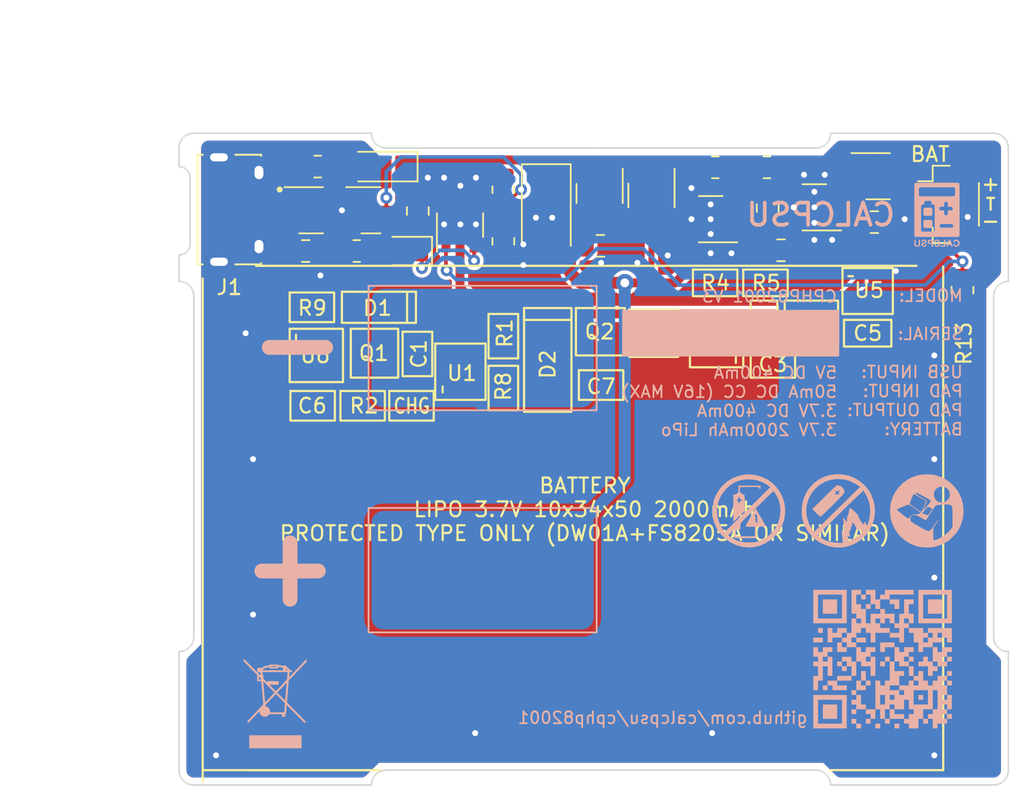
<source format=kicad_pcb>
(kicad_pcb (version 20221018) (generator pcbnew)
  (title_block (title "CALCPACK HP 82001") (date "2024-01-15") (rev "3.1") (company "CALCPSU"))
  (layers (0 "F.Cu" signal) (31 "B.Cu" signal) (34 "B.Paste" user) (35 "F.Paste" user) (36 "B.SilkS" user "B.Silkscreen") (37 "F.SilkS" user "F.Silkscreen") (38 "B.Mask" user) (39 "F.Mask" user) (44 "Edge.Cuts" user))
  (net 0 "")
  (net 1 "/B+")
  (net 2 "/VCC")
  (net 3 "/GND")
  (net 4 "/VREG")
  (net 5 "/VBUS")
  (net 6 "/CHG")
  (net 7 "/LCHG")
  (net 8 "/VOUT")
  (net 9 "/PROG")
  (net 11 "/EN")
  (net 12 "/ADJ")
  (net 13 "/PROG2")
  (net 14 "/TS")
  (net 15 "/VBUS1")
  (net 18 "/PASSG")
  (footprint "Package_TO_SOT_SMD:SOT-23" (layer "F.Cu") (at 28.4 4.0625 -90)
    (fp_text reference "Q2" (at 9.3375 0 -180) (layer "F.SilkS"))
    (fp_text value "AO3413")
    (pad "1" smd roundrect (at -0.9375 -0.95 270) (size 1.475 0.6) (layers "F.Cu" "F.Paste" "F.Mask") (net 18 "/PASSG"))
    (pad "2" smd roundrect (at -0.9375 0.95 270) (size 1.475 0.6) (layers "F.Cu" "F.Paste" "F.Mask") (net 8 "/VOUT"))
    (pad "3" smd roundrect (at 0.9375 0 270) (size 1.475 0.6) (layers "F.Cu" "F.Paste" "F.Mask") (net 2 "/VCC"))
  )
  (footprint "Diode_SMD:D_SMA" (layer "F.Cu") (at 24.8 5.6 -90)
    (fp_text reference "D2" (at 10 -0.1 90) (layer "F.SilkS"))
    (fp_text value "5V6/3W")
    (pad "1" smd roundrect (at -2 0 270) (size 2.5 1.8) (layers "F.Cu" "F.Paste" "F.Mask") (roundrect_rratio 0.1388888889) (net 8 "/VOUT"))
    (pad "2" smd roundrect (at 2 0 270) (size 2.5 1.8) (layers "F.Cu" "F.Paste" "F.Mask") (roundrect_rratio 0.1388888889) (net 3 "/GND"))
  )
  (footprint "Capacitor_SMD:C_0805_2012Metric" (layer "F.Cu") (at 46.95 6)
    (fp_text reference "C5" (at -0.45 7.5) (layer "F.SilkS"))
    (fp_text value "4u7")
    (pad "1" smd roundrect (at -0.95 0) (size 1 1.45) (layers "F.Cu" "F.Paste" "F.Mask") (net 1 "/B+"))
    (pad "2" smd roundrect (at 0.95 0) (size 1 1.45) (layers "F.Cu" "F.Paste" "F.Mask") (net 3 "/GND"))
  )
  (footprint "LED_SMD:LED_0805_2012Metric" (layer "F.Cu") (at 15.4 7.95 180)
    (fp_text reference "D3" hide)
    (fp_text value "RED")
    (pad "1" smd roundrect (at -0.9375 0 180) (size 0.975 1.4) (layers "F.Cu" "F.Paste" "F.Mask") (net 6 "/CHG"))
    (pad "2" smd roundrect (at 0.9375 0 180) (size 0.975 1.4) (layers "F.Cu" "F.Paste" "F.Mask") (net 7 "/LCHG"))
  )
  (footprint "george:SOT-23-5_TI_DBV5" (layer "F.Cu") (at 8.925 5.2)
    (fp_text reference "U6" (at 0.275 9.8) (layer "F.SilkS"))
    (fp_text value "NCP360SNT")
    (pad "1" smd roundrect (at -1.3 -0.95) (size 1.1 0.6) (layers "F.Cu" "F.Paste" "F.Mask") (roundrect_rratio 0.08333333333) (net 15 "/VBUS1"))
    (pad "2" smd roundrect (at -1.3 0) (size 1.1 0.6) (layers "F.Cu" "F.Paste" "F.Mask") (roundrect_rratio 0.08333333333) (net 3 "/GND"))
    (pad "3" smd roundrect (at -1.3 0.95) (size 1.1 0.6) (layers "F.Cu" "F.Paste" "F.Mask") (roundrect_rratio 0.08333333333) (net 3 "/GND"))
    (pad "4" smd roundrect (at 1.3 0.95) (size 1.1 0.6) (layers "F.Cu" "F.Paste" "F.Mask") (roundrect_rratio 0.08333333333))
    (pad "5" smd roundrect (at 1.3 -0.95) (size 1.1 0.6) (layers "F.Cu" "F.Paste" "F.Mask") (roundrect_rratio 0.08333333333) (net 5 "/VBUS"))
  )
  (footprint "Capacitor_SMD:C_0805_2012Metric" (layer "F.Cu") (at 28.45 7.6)
    (fp_text reference "C7" (at 0.05 9.5) (layer "F.SilkS"))
    (fp_text value "1u")
    (pad "1" smd roundrect (at -0.95 0) (size 1 1.45) (layers "F.Cu" "F.Paste" "F.Mask") (net 8 "/VOUT"))
    (pad "2" smd roundrect (at 0.95 0) (size 1 1.45) (layers "F.Cu" "F.Paste" "F.Mask") (net 3 "/GND"))
  )
  (footprint "Capacitor_SMD:C_0805_2012Metric" (layer "F.Cu") (at 8.55 7.95)
    (fp_text reference "C6" (at 0.45 10.45) (layer "F.SilkS"))
    (fp_text value "1u")
    (pad "1" smd roundrect (at -0.95 0) (size 1 1.45) (layers "F.Cu" "F.Paste" "F.Mask") (net 15 "/VBUS1"))
    (pad "2" smd roundrect (at 0.95 0) (size 1 1.45) (layers "F.Cu" "F.Paste" "F.Mask") (net 3 "/GND"))
  )
  (footprint "george:SOT-23-6_TI_DBV6" (layer "F.Cu") (at 18.975 6.2 90)
    (fp_text reference "U1" (at -10 0.125 180) (layer "F.SilkS"))
    (fp_text value "BQ21040")
    (pad "1" smd roundrect (at -1.3 -0.95 90) (size 1.1 0.6) (layers "F.Cu" "F.Paste" "F.Mask") (roundrect_rratio 0.08333333333) (net 14 "/TS"))
    (pad "2" smd roundrect (at -1.3 0 90) (size 1.1 0.6) (layers "F.Cu" "F.Paste" "F.Mask") (roundrect_rratio 0.08333333333) (net 1 "/B+"))
    (pad "3" smd roundrect (at -1.3 0.95 90) (size 1.1 0.6) (layers "F.Cu" "F.Paste" "F.Mask") (roundrect_rratio 0.08333333333) (net 6 "/CHG"))
    (pad "4" smd roundrect (at 1.3 0.95 90) (size 1.1 0.6) (layers "F.Cu" "F.Paste" "F.Mask") (roundrect_rratio 0.08333333333) (net 9 "/PROG"))
    (pad "5" smd roundrect (at 1.3 0 90) (size 1.1 0.6) (layers "F.Cu" "F.Paste" "F.Mask") (roundrect_rratio 0.08333333333) (net 3 "/GND"))
    (pad "6" smd roundrect (at 1.3 -0.95 90) (size 1.1 0.6) (layers "F.Cu" "F.Paste" "F.Mask") (roundrect_rratio 0.08333333333) (net 2 "/VCC"))
  )
  (footprint "mod_local:AMPHENOL_10118194-0001LF" (layer "F.Cu") (at 2.7 5.15 -90)
    (fp_text reference "J1" (at 5.25 -0.7) (layer "F.SilkS"))
    (fp_text value "USB")
    (pad "1" smd rect (at -1.3 -2.675 270) (size 0.4 1.35) (layers "F.Cu" "F.Paste" "F.Mask") (net 15 "/VBUS1"))
    (pad "2" smd rect (at -0.65 -2.675 270) (size 0.4 1.35) (layers "F.Cu" "F.Paste" "F.Mask"))
    (pad "3" smd rect (at 0 -2.675 270) (size 0.4 1.35) (layers "F.Cu" "F.Paste" "F.Mask"))
    (pad "4" smd rect (at 0.65 -2.675 270) (size 0.4 1.35) (layers "F.Cu" "F.Paste" "F.Mask"))
    (pad "5" smd rect (at 1.3 -2.675 270) (size 0.4 1.35) (layers "F.Cu" "F.Paste" "F.Mask") (net 3 "/GND"))
    (pad "S1" thru_hole oval (at -2.5 -2.7 270) (size 1.6 0.8) (drill oval 0.9 0.6) (layers "*.Cu" "*.Mask") (net 3 "/GND"))
    (pad "S2" thru_hole oval (at 2.5 -2.7 270) (size 1.6 0.8) (drill oval 0.9 0.6) (layers "*.Cu" "*.Mask") (net 3 "/GND"))
    (pad "S3" thru_hole oval (at -3.525 0 270) (size 0.75 1.55) (drill oval 0.55 1.2) (layers "*.Cu" "*.Mask") (net 3 "/GND"))
    (pad "S3" smd rect (at -2.9 0 270) (size 1.3 1.55) (layers "F.Cu" "F.Paste" "F.Mask") (net 3 "/GND"))
    (pad "S4" smd rect (at -1 0 270) (size 1.5 1.55) (layers "F.Cu" "F.Paste" "F.Mask") (net 3 "/GND"))
    (pad "S5" smd rect (at 1 0 270) (size 1.5 1.55) (layers "F.Cu" "F.Paste" "F.Mask") (net 3 "/GND"))
    (pad "S6" smd rect (at 2.9 0 270) (size 1.3 1.55) (layers "F.Cu" "F.Paste" "F.Mask") (net 3 "/GND"))
    (pad "S6" thru_hole oval (at 3.525 0 90) (size 0.75 1.55) (drill oval 0.55 1.2) (layers "*.Cu" "*.Mask") (net 3 "/GND"))
  )
  (footprint "Resistor_SMD:R_0805_2012Metric" (layer "F.Cu") (at 21.9 3.8125 90)
    (fp_text reference "R1" (at -9.6875 0.1 90) (layer "F.SilkS"))
    (fp_text value "1k3")
    (pad "1" smd roundrect (at -0.9125 0 90) (size 1.025 1.4) (layers "F.Cu" "F.Paste" "F.Mask") (roundrect_rratio 0.243902439) (net 13 "/PROG2"))
    (pad "2" smd roundrect (at 0.9125 0 90) (size 1.025 1.4) (layers "F.Cu" "F.Paste" "F.Mask") (roundrect_rratio 0.243902439) (net 9 "/PROG"))
  )
  (footprint "Resistor_SMD:R_0805_2012Metric" (layer "F.Cu") (at 21.9 7.3 90)
    (fp_text reference "R8" (at -9.8 0 90) (layer "F.SilkS"))
    (fp_text value "10k")
    (pad "1" smd roundrect (at -0.9125 0 90) (size 1.025 1.4) (layers "F.Cu" "F.Paste" "F.Mask") (roundrect_rratio 0.243902439) (net 3 "/GND"))
    (pad "2" smd roundrect (at 0.9125 0 90) (size 1.025 1.4) (layers "F.Cu" "F.Paste" "F.Mask") (roundrect_rratio 0.243902439) (net 13 "/PROG2"))
  )
  (footprint "Resistor_SMD:R_0805_2012Metric" (layer "F.Cu") (at 52.9 10.5875 90)
    (fp_text reference "R13" (at -3.6125 0.1 90) (layer "F.SilkS"))
    (fp_text value "10k")
    (pad "1" smd roundrect (at -0.9125 0 90) (size 1.025 1.4) (layers "F.Cu" "F.Paste" "F.Mask") (roundrect_rratio 0.243902439) (net 3 "/GND"))
    (pad "2" smd roundrect (at 0.9125 0 90) (size 1.025 1.4) (layers "F.Cu" "F.Paste" "F.Mask") (roundrect_rratio 0.243902439) (net 14 "/TS"))
  )
  (footprint "Package_TO_SOT_SMD:SOT-23-3" (layer "F.Cu") (at 47.2 2.9)
    (fp_text reference "U5" (at -0.6 7.7) (layer "F.SilkS"))
    (fp_text value "APX809S-31SA")
    (pad "1" smd roundrect (at -1.1375 -0.95) (size 1.325 0.6) (layers "F.Cu" "F.Paste" "F.Mask") (net 3 "/GND"))
    (pad "2" smd roundrect (at -1.1375 0.95) (size 1.325 0.6) (layers "F.Cu" "F.Paste" "F.Mask") (net 11 "/EN"))
    (pad "3" smd roundrect (at 1.1375 0) (size 1.325 0.6) (layers "F.Cu" "F.Paste" "F.Mask") (net 1 "/B+"))
  )
  (footprint "Capacitor_SMD:C_0805_2012Metric" (layer "F.Cu") (at 40.65 7.9 180)
    (fp_text reference "C3" (at 0.55 -7.7) (layer "F.SilkS"))
    (fp_text value "1u")
    (pad "1" smd roundrect (at -0.95 0 180) (size 1 1.45) (layers "F.Cu" "F.Paste" "F.Mask") (net 4 "/VREG"))
    (pad "2" smd roundrect (at 0.95 0 180) (size 1 1.45) (layers "F.Cu" "F.Paste" "F.Mask") (net 3 "/GND"))
  )
  (footprint "Package_TO_SOT_SMD:SOT-23" (layer "F.Cu") (at 12.9625 5.2)
    (fp_text reference "Q1" (at 0.1875 9.65 180) (layer "F.SilkS"))
    (fp_text value "2N7002")
    (pad "1" smd roundrect (at -0.9375 -0.95) (size 1.475 0.6) (layers "F.Cu" "F.Paste" "F.Mask") (net 5 "/VBUS"))
    (pad "2" smd roundrect (at -0.9375 0.95) (size 1.475 0.6) (layers "F.Cu" "F.Paste" "F.Mask") (net 3 "/GND"))
    (pad "3" smd roundrect (at 0.9375 0) (size 1.475 0.6) (layers "F.Cu" "F.Paste" "F.Mask") (net 13 "/PROG2"))
  )
  (footprint "george:SOT-23-5_TI_DBV5" (layer "F.Cu") (at 35.9 5.8 180)
    (fp_text reference "U3" (at -0.4 -8.5) (layer "F.SilkS"))
    (fp_text value "MAX40203AUK")
    (pad "1" smd roundrect (at -1.3 -0.95 180) (size 1.1 0.6) (layers "F.Cu" "F.Paste" "F.Mask") (roundrect_rratio 0.08333333333) (net 4 "/VREG"))
    (pad "2" smd roundrect (at -1.3 0 180) (size 1.1 0.6) (layers "F.Cu" "F.Paste" "F.Mask") (roundrect_rratio 0.08333333333) (net 3 "/GND"))
    (pad "3" smd roundrect (at -1.3 0.95 180) (size 1.1 0.6) (layers "F.Cu" "F.Paste" "F.Mask") (roundrect_rratio 0.08333333333))
    (pad "4" smd roundrect (at 1.3 0.95 180) (size 1.1 0.6) (layers "F.Cu" "F.Paste" "F.Mask") (roundrect_rratio 0.08333333333))
    (pad "5" smd roundrect (at 1.3 -0.95 180) (size 1.1 0.6) (layers "F.Cu" "F.Paste" "F.Mask") (roundrect_rratio 0.08333333333) (net 8 "/VOUT"))
  )
  (footprint "Package_TO_SOT_SMD:SOT-23-3" (layer "F.Cu") (at 31.9 4.2 -90)
    (fp_text reference "U4" (at 9.4 -0.1) (layer "F.SilkS"))
    (fp_text value "APX810-44SA")
    (pad "1" smd roundrect (at -1.1375 -0.95 270) (size 1.325 0.6) (layers "F.Cu" "F.Paste" "F.Mask") (net 3 "/GND"))
    (pad "2" smd roundrect (at -1.1375 0.95 270) (size 1.325 0.6) (layers "F.Cu" "F.Paste" "F.Mask") (net 18 "/PASSG"))
    (pad "3" smd roundrect (at 1.1375 0 270) (size 1.325 0.6) (layers "F.Cu" "F.Paste" "F.Mask") (net 8 "/VOUT"))
  )
  (footprint "Resistor_SMD:R_0805_2012Metric" (layer "F.Cu") (at 12 7.95 180)
    (fp_text reference "R2" (at -0.5 -10.45) (layer "F.SilkS"))
    (fp_text value "3k")
    (pad "1" smd roundrect (at -0.9125 0 180) (size 1.025 1.4) (layers "F.Cu" "F.Paste" "F.Mask") (roundrect_rratio 0.243902439) (net 7 "/LCHG"))
    (pad "2" smd roundrect (at 0.9125 0 180) (size 1.025 1.4) (layers "F.Cu" "F.Paste" "F.Mask") (roundrect_rratio 0.243902439) (net 2 "/VCC"))
  )
  (footprint "Resistor_SMD:R_0805_2012Metric" (layer "F.Cu") (at 39.7 2.3)
    (fp_text reference "R5" (at -0.05 7.8) (layer "F.SilkS"))
    (fp_text value "95.3k")
    (pad "1" smd roundrect (at -0.9125 0) (size 1.025 1.4) (layers "F.Cu" "F.Paste" "F.Mask") (roundrect_rratio 0.243902439) (net 12 "/ADJ"))
    (pad "2" smd roundrect (at 0.9125 0) (size 1.025 1.4) (layers "F.Cu" "F.Paste" "F.Mask") (roundrect_rratio 0.243902439) (net 3 "/GND"))
  )
  (footprint "Connector_JST:JST_SH_BM03B-SRSS-TB_1x03-1MP_P1.00mm_Vertical" (layer "F.Cu") (at 52 4.8 -90)
    (fp_text reference "BT1" hide)
    (fp_text value "LiPo")
    (pad "1" smd roundrect (at -1 1.325 270) (size 0.6 1.55) (layers "F.Cu" "F.Paste" "F.Mask") (net 1 "/B+"))
    (pad "2" smd roundrect (at 0 1.325 270) (size 0.6 1.55) (layers "F.Cu" "F.Paste" "F.Mask") (net 14 "/TS"))
    (pad "3" smd roundrect (at 1 1.325 270) (size 0.6 1.55) (layers "F.Cu" "F.Paste" "F.Mask") (net 3 "/GND"))
    (pad "MP" smd roundrect (at -2.3 -1.2 270) (size 1.2 1.8) (layers "F.Cu" "F.Paste" "F.Mask") (roundrect_rratio 0.2083333333))
    (pad "MP" smd roundrect (at 2.3 -1.2 270) (size 1.2 1.8) (layers "F.Cu" "F.Paste" "F.Mask") (roundrect_rratio 0.2083333333))
  )
  (footprint "Resistor_SMD:R_0805_2012Metric" (layer "F.Cu") (at 36.2125 2.3)
    (fp_text reference "R4" (at 0.0125 7.8) (layer "F.SilkS"))
    (fp_text value "560k")
    (pad "1" smd roundrect (at -0.9125 0) (size 1.025 1.4) (layers "F.Cu" "F.Paste" "F.Mask") (roundrect_rratio 0.243902439) (net 4 "/VREG"))
    (pad "2" smd roundrect (at 0.9125 0) (size 1.025 1.4) (layers "F.Cu" "F.Paste" "F.Mask") (roundrect_rratio 0.243902439) (net 12 "/ADJ"))
  )
  (footprint "george:SOT-23-5_TI_DBV5" (layer "F.Cu") (at 42.9 5 180)
    (fp_text reference "U2" (at 0.2 -7.8) (layer "F.SilkS"))
    (fp_text value "TLV75801")
    (pad "1" smd roundrect (at -1.3 -0.95 180) (size 1.1 0.6) (layers "F.Cu" "F.Paste" "F.Mask") (roundrect_rratio 0.08333333333) (net 1 "/B+"))
    (pad "2" smd roundrect (at -1.3 0 180) (size 1.1 0.6) (layers "F.Cu" "F.Paste" "F.Mask") (roundrect_rratio 0.08333333333) (net 3 "/GND"))
    (pad "3" smd roundrect (at -1.3 0.95 180) (size 1.1 0.6) (layers "F.Cu" "F.Paste" "F.Mask") (roundrect_rratio 0.08333333333) (net 11 "/EN"))
    (pad "4" smd roundrect (at 1.3 0.95 180) (size 1.1 0.6) (layers "F.Cu" "F.Paste" "F.Mask") (roundrect_rratio 0.08333333333) (net 12 "/ADJ"))
    (pad "5" smd roundrect (at 1.3 -0.95 180) (size 1.1 0.6) (layers "F.Cu" "F.Paste" "F.Mask") (roundrect_rratio 0.08333333333) (net 4 "/VREG"))
  )
  (footprint "Resistor_SMD:R_0805_2012Metric" (layer "F.Cu") (at 9.3625 2.25)
    (fp_text reference "R9" (at -0.3625 9.55) (layer "F.SilkS"))
    (fp_text value "33k")
    (pad "1" smd roundrect (at -0.9125 0) (size 1.025 1.4) (layers "F.Cu" "F.Paste" "F.Mask") (roundrect_rratio 0.243902439) (net 3 "/GND"))
    (pad "2" smd roundrect (at 0.9125 0) (size 1.025 1.4) (layers "F.Cu" "F.Paste" "F.Mask") (roundrect_rratio 0.243902439) (net 5 "/VBUS"))
  )
  (footprint "Diode_SMD:D_SOD-123" (layer "F.Cu") (at 13.75 2.25 180)
    (fp_text reference "D1" (at 0.35 -9.55) (layer "F.SilkS"))
    (fp_text value "PMEG40T10ERX\n")
    (pad "1" smd roundrect (at -1.65 0 180) (size 0.9 1.2) (layers "F.Cu" "F.Paste" "F.Mask") (net 2 "/VCC"))
    (pad "2" smd roundrect (at 1.65 0 180) (size 0.9 1.2) (layers "F.Cu" "F.Paste" "F.Mask") (net 5 "/VBUS"))
  )
  (footprint "Capacitor_SMD:C_0805_2012Metric" (layer "F.Cu") (at 16.125 5.25 -90)
    (fp_text reference "C1" (at 9.65 -0.075 90) (layer "F.SilkS"))
    (fp_text value "1u")
    (pad "1" smd roundrect (at -0.95 0 270) (size 1 1.45) (layers "F.Cu" "F.Paste" "F.Mask") (net 2 "/VCC"))
    (pad "2" smd roundrect (at 0.95 0 270) (size 1 1.45) (layers "F.Cu" "F.Paste" "F.Mask") (net 3 "/GND"))
  )
  (footprint "Capacitor_SMD:C_0805_2012Metric" (layer "F.Cu") (at 39.75 5.05 -90)
    (fp_text reference "C2" (at 7.95 0.25 90) (layer "F.SilkS"))
    (fp_text value "1n")
    (pad "1" smd roundrect (at -0.95 0 270) (size 1 1.45) (layers "F.Cu" "F.Paste" "F.Mask") (net 12 "/ADJ"))
    (pad "2" smd roundrect (at 0.95 0 270) (size 1 1.45) (layers "F.Cu" "F.Paste" "F.Mask") (net 4 "/VREG"))
  )
  (footprint "LOGO" (layer "B.Cu") (at 47.5 35.5 -90)
    (fp_text reference "G***" hide)
    (fp_text value "LOGO" hide)
  )
  (footprint "george:graphic_batterysafety" (layer "B.Cu") (at 44.5 25.5 180)
    (fp_text reference "REF**" hide)
    (fp_text value "graphic_batterysafety")
  )
  (footprint "Symbol:WEEE-Logo_4.2x6mm_SilkScreen" (layer "B.Cu") (at 6.5 38.5 180)
    (fp_text reference "REF**" hide)
    (fp_text value "WEEE-Logo_4.2x6mm_SilkScreen" hide)
  )
  (footprint "george:PAD_8x15" (layer "B.Cu") (at 20.5 14.5 -90)
    (fp_text reference "J3" hide)
    (fp_text value "PAD-")
    (pad "1" smd roundrect (at 0 0 270) (size 8 15) (layers "B.Cu" "B.Mask") (roundrect_rratio 0.1) (net 3 "/GND") (clearance 0.5))
  )
  (footprint "george:graphic_calcpsulogo" (layer "B.Cu") (at 51.15 5.5 180)
    (fp_text reference "REF**" hide)
    (fp_text value "graphic_calcpsulogo" hide)
  )
  (footprint "george:PAD_8x15" (layer "B.Cu") (at 20.5 29.5 -90)
    (fp_text reference "J2" hide)
    (fp_text value "PAD+")
    (pad "1" smd roundrect (at 0 0 270) (size 8 15) (layers "B.Cu" "B.Mask") (roundrect_rratio 0.1) (net 8 "/VOUT") (clearance 0.5))
  )
  (gr_rect (start 30 12) (end 44.5 15) (stroke (width 0.15)) (fill solid) (layer "B.SilkS"))
  (gr_rect (start 20.9 15.7) (end 22.9 18.7) (stroke (width 0.15)) (fill none) (layer "F.SilkS"))
  (gr_rect (start 40.9 11.3) (end 44.5 14.3) (stroke (width 0.15)) (fill none) (layer "F.SilkS"))
  (gr_rect (start 14.2 17.4) (end 17.2 19.4) (stroke (width 0.15)) (fill none) (layer "F.SilkS"))
  (gr_line (start 44 13.6) (end 44 14) (stroke (width 0.15)) (layer "F.SilkS"))
  (gr_rect (start 34.5 12.8) (end 38.1 15.8) (stroke (width 0.15)) (fill none) (layer "F.SilkS"))
  (gr_rect (start 17.3 14.2) (end 20.7 18) (stroke (width 0.15)) (fill none) (layer "F.SilkS"))
  (gr_rect (start 7.475 10.75) (end 10.475 12.75) (stroke (width 0.15)) (fill none) (layer "F.SilkS"))
  (gr_rect (start 38.1 9.2) (end 41.1 11) (stroke (width 0.15)) (fill none) (layer "F.SilkS"))
  (gr_line (start 13.6 43) (end 4.6 43) (stroke (width 0.15)) (layer "F.SilkS"))
  (gr_rect (start 11 10.7) (end 16 12.8) (stroke (width 0.15)) (fill none) (layer "F.SilkS"))
  (gr_rect (start 27 16) (end 30 18) (stroke (width 0.15)) (fill none) (layer "F.SilkS"))
  (gr_line (start 33.2 12.4) (end 33.2 12.8) (stroke (width 0.15)) (layer "F.SilkS"))
  (gr_rect (start 11.6 13.2) (end 14.8 16.5) (stroke (width 0.15)) (fill none) (layer "F.SilkS"))
  (gr_rect (start 34.7 9.2) (end 37.7 11) (stroke (width 0.15)) (fill none) (layer "F.SilkS"))
  (gr_rect (start 26.8 11.8) (end 30.1 15) (stroke (width 0.15)) (fill none) (layer "F.SilkS"))
  (gr_line (start 1.6 9.8) (end 1.6 43.8) (stroke (width 0.15)) (layer "F.SilkS"))
  (gr_rect (start 7.475 13.2) (end 11.075 16.8) (stroke (width 0.15)) (fill none) (layer "F.SilkS"))
  (gr_line (start 51.6 43) (end 51.6 9) (stroke (width 0.15)) (layer "F.SilkS"))
  (gr_line (start 17.8 17.1) (end 17.8 17.5) (stroke (width 0.15)) (layer "F.SilkS"))
  (gr_rect (start 30.4 11.9) (end 33.7 15.1) (stroke (width 0.15)) (fill none) (layer "F.SilkS"))
  (gr_line (start 49.8 8.95) (end 5.2 8.95) (stroke (width 0.15)) (layer "F.SilkS"))
  (gr_line (start 7.9 13.6) (end 7.9 14) (stroke (width 0.15)) (layer "F.SilkS"))
  (gr_line (start 51.6 43) (end 44 43) (stroke (width 0.15)) (layer "F.SilkS"))
  (gr_line (start 45.2 9.65) (end 45.5 9.65) (stroke (width 0.15)) (layer "F.SilkS"))
  (gr_rect (start 7.525 17.4) (end 10.525 19.4) (stroke (width 0.15)) (fill none) (layer "F.SilkS"))
  (gr_line (start 37.6 15.1) (end 37.6 15.5) (stroke (width 0.15)) (layer "F.SilkS"))
  (gr_rect (start 38.6 14.7) (end 41.6 16.5) (stroke (width 0.15)) (fill none) (layer "F.SilkS"))
  (gr_rect (start 44.8 9.1) (end 48.2 12.2) (stroke (width 0.15)) (fill none) (layer "F.SilkS"))
  (gr_rect (start 10.9 17.4) (end 13.9 19.4) (stroke (width 0.15)) (fill none) (layer "F.SilkS"))
  (gr_rect (start 20.9 12.2) (end 22.9 15.2) (stroke (width 0.15)) (fill none) (layer "F.SilkS"))
  (gr_rect (start 38.6 11.3) (end 40.4 14.3) (stroke (width 0.15)) (fill none) (layer "F.SilkS"))
  (gr_rect (start 15.1 13.4) (end 17.1 16.4) (stroke (width 0.15)) (fill none) (layer "F.SilkS"))
  (gr_line (start 15.4 10.8) (end 15.4 12.8) (stroke (width 0.15)) (layer "F.SilkS"))
  (gr_rect (start 44.9 12.6) (end 48.1 14.4) (stroke (width 0.15)) (fill none) (layer "F.SilkS"))
  (gr_line (start 26.5 12.6) (end 23.3 12.6) (stroke (width 0.15)) (layer "F.SilkS"))
  (gr_line (start 1.6 43) (end 13 43) (stroke (width 0.15)) (layer "F.SilkS"))
  (gr_rect (start 23.3 11.8) (end 26.5 18.8) (stroke (width 0.15)) (fill none) (layer "F.SilkS"))
  (gr_arc (start 0.75 7.46967) (mid 0.53033 8) (end 0 8.21967) (stroke (width 0.1)) (layer "Edge.Cuts"))
  (gr_line (start 55 11) (end 55 34) (stroke (width 0.1)) (layer "Edge.Cuts"))
  (gr_line (start 0 10) (end 0 8.21967) (stroke (width 0.1)) (layer "Edge.Cuts"))
  (gr_arc (start 55 0) (mid 55.707107 0.292893) (end 56 1) (stroke (width 0.1)) (layer "Edge.Cuts"))
  (gr_arc (start 0 2.25) (mid 0.53033 2.46967) (end 0.75 3) (stroke (width 0.1)) (layer "Edge.Cuts"))
  (gr_line (start 0 43) (end 0 35) (stroke (width 0.1)) (layer "Edge.Cuts"))
  (gr_line (start 1 11) (end 1 34) (stroke (width 0.1)) (layer "Edge.Cuts"))
  (gr_arc (start 1 34) (mid 0.707107 34.707107) (end 0 35) (stroke (width 0.1)) (layer "Edge.Cuts"))
  (gr_arc (start 43 43) (mid 43.707107 43.292893) (end 44 44) (stroke (width 0.1)) (layer "Edge.Cuts"))
  (gr_line (start 0.75 7.46967) (end 0.75 3) (stroke (width 0.1)) (layer "Edge.Cuts"))
  (gr_line (start 56 1) (end 56 10) (stroke (width 0.1)) (layer "Edge.Cuts"))
  (gr_line (start 55 0) (end 44 -0.000001) (stroke (width 0.1)) (layer "Edge.Cuts"))
  (gr_arc (start 56 43) (mid 55.707107 43.707107) (end 55 44) (stroke (width 0.1)) (layer "Edge.Cuts"))
  (gr_arc (start 0 1) (mid 0.292893 0.292893) (end 1 0) (stroke (width 0.1)) (layer "Edge.Cuts"))
  (gr_line (start 55 44) (end 44 44) (stroke (width 0.1)) (layer "Edge.Cuts"))
  (gr_arc (start 0 10) (mid 0.707107 10.292893) (end 1 11) (stroke (width 0.1)) (layer "Edge.Cuts"))
  (gr_arc (start 44 -0.000001) (mid 43.707107 0.707106) (end 43 0.999999) (stroke (width 0.1)) (layer "Edge.Cuts"))
  (gr_line (start 28.5 0.999999) (end 43 0.999999) (stroke (width 0.1)) (layer "Edge.Cuts"))
  (gr_arc (start 14 0.999999) (mid 13.292893 0.707106) (end 13 -0.000001) (stroke (width 0.1)) (layer "Edge.Cuts"))
  (gr_arc (start 56 35) (mid 55.292893 34.707107) (end 55 34) (stroke (width 0.1)) (layer "Edge.Cuts"))
  (gr_line (start 13 -0.000001) (end 1 0) (stroke (width 0.1)) (layer "Edge.Cuts"))
  (gr_line (start 28.5 43) (end 14 43) (stroke (width 0.1)) (layer "Edge.Cuts"))
  (gr_line (start 13 44) (end 1 44) (stroke (width 0.1)) (layer "Edge.Cuts"))
  (gr_line (start 0 1) (end 0 2.25) (stroke (width 0.1)) (layer "Edge.Cuts"))
  (gr_line (start 28.5 43) (end 43 43) (stroke (width 0.1)) (layer "Edge.Cuts"))
  (gr_arc (start 1 44) (mid 0.292893 43.707107) (end 0 43) (stroke (width 0.1)) (layer "Edge.Cuts"))
  (gr_arc (start 55 11) (mid 55.292893 10.292893) (end 56 10) (stroke (width 0.1)) (layer "Edge.Cuts"))
  (gr_line (start 56 35) (end 56 43) (stroke (width 0.1)) (layer "Edge.Cuts"))
  (gr_arc (start 13 44) (mid 13.292893 43.292893) (end 14 43) (stroke (width 0.1)) (layer "Edge.Cuts"))
  (gr_line (start 28.5 0.999999) (end 14 0.999999) (stroke (width 0.1)) (layer "Edge.Cuts"))
  (gr_text "-" (at 8 14.1) (layer "B.SilkS") (effects (font (size 5 5) (thickness 1) bold) (justify mirror)))
  (gr_text "CPHP82001 V3\n\n\n\n5V DC 400mA\n50mA DC CC (16V MAX)\n3.7V DC 400mA\n3.7V 2000mAh LiPo" (at 44.5 20.5) (layer "B.SilkS") (effects (font (size 0.8 0.8) (thickness 0.12)) (justify left bottom mirror)))
  (gr_text "CALCPSU" (at 48.5 5.5) (layer "B.SilkS") (effects (font (size 1.5 1.5) (thickness 0.25) bold) (justify left mirror)))
  (gr_text "github.com/calcpsu/cphp82001" (at 42.5 39) (layer "B.SilkS") (effects (font (size 0.8 0.8) (thickness 0.12)) (justify left top mirror)))
  (gr_text "MODEL:\n\nSERIAL:\n\nUSB INPUT:\nPAD INPUT:\nPAD OUTPUT:\nBATTERY:" (at 53 10.5) (layer "B.SilkS") (effects (font (size 0.8 0.8) (thickness 0.12)) (justify left top mirror)))
  (gr_text "+" (at 7.5 29.2) (layer "B.SilkS") (effects (font (size 5 5) (thickness 1) bold) (justify mirror)))
  (gr_text "-" (at 54.8 5.9) (layer "F.SilkS") (effects (font (size 1 1))))
  (gr_text "BAT" (at 49.3 2) (layer "F.SilkS") (effects (font (size 1 1)) (justify left bottom)))
  (gr_text "CHG" (at 14.4 19) (layer "F.SilkS") (effects (font (size 1 0.8)) (justify left bottom)))
  (gr_text "+" (at 54.8 3.4) (layer "F.SilkS") (effects (font (size 1 1))))
  (gr_text "T" (at 54.8 4.8) (layer "F.SilkS") (effects (font (size 0.8 0.8))))
  (gr_text "BATTERY\nLIPO 3.7V 10x34x50 2000mAh\nPROTECTED TYPE ONLY (DW01A+FS8205A OR SIMILAR)" (at 27.4 25.4) (layer "F.SilkS") (effects (font (size 1 1))))
  (segment (start 45.95 5.95) (end 46 6) (width 0.6) (layer "F.Cu") (net 1))
  (segment (start 18.975 7.5) (end 18.975 10.425) (width 0.6) (layer "F.Cu") (net 1))
  (segment (start 44.2 5.95) (end 45.95 5.95) (width 0.6) (layer "F.Cu") (net 1))
  (segment (start 43.8 12.2) (end 46 10) (width 0.6) (layer "F.Cu") (net 1))
  (segment (start 18.975 10.425) (end 20.75 12.2) (width 0.6) (layer "F.Cu") (net 1))
  (segment (start 48.35 3.8) (end 48.35 2.9125) (width 0.6) (layer "F.Cu") (net 1))
  (segment (start 50.675 3.8) (end 48.35 3.8) (width 0.6) (layer "F.Cu") (net 1))
  (segment (start 48.35 3.8) (end 48.2 3.8) (width 0.6) (layer "F.Cu") (net 1))
  (segment (start 46 10) (end 46 6) (width 0.6) (layer "F.Cu") (net 1))
  (segment (start 20.75 12.2) (end 43.8 12.2) (width 0.6) (layer "F.Cu") (net 1))
  (segment (start 48.35 2.9125) (end 48.3375 2.9) (width 0.6) (layer "F.Cu") (net 1))
  (segment (start 48.2 3.8) (end 46 6) (width 0.6) (layer "F.Cu") (net 1))
  (segment (start 14.575 6.925) (end 11.975 6.925) (width 0.25) (layer "F.Cu") (net 2))
  (segment (start 15.4 2.25) (end 15.85 1.8) (width 0.6) (layer "F.Cu") (net 2))
  (segment (start 15.9 4.3) (end 15.075 5.125) (width 0.25) (layer "F.Cu") (net 2))
  (segment (start 15.075 5.125) (end 15.075 6.425) (width 0.25) (layer "F.Cu") (net 2))
  (segment (start 15.85 1.8) (end 27.8 1.8) (width 0.6) (layer "F.Cu") (net 2))
  (segment (start 28.4 2.4) (end 28.4 5) (width 0.6) (layer "F.Cu") (net 2))
  (segment (start 27.8 1.8) (end 28.4 2.4) (width 0.6) (layer "F.Cu") (net 2))
  (segment (start 11.975 6.925) (end 11.0875 7.8125) (width 0.25) (layer "F.Cu") (net 2))
  (segment (start 15.075 6.425) (end 14.575 6.925) (width 0.25) (layer "F.Cu") (net 2))
  (via (at 5 32.5) (size 0.8) (drill 0.4) (layers "F.Cu" "B.Cu") (net 3))
  (via (at 35.9 6.8) (size 0.8) (drill 0.4) (layers "F.Cu" "B.Cu") (net 3))
  (via (at 5 22) (size 0.8) (drill 0.4) (layers "F.Cu" "B.Cu") (net 3))
  (via (at 35.9 5.8) (size 0.8) (drill 0.4) (layers "F.Cu" "B.Cu") (net 3))
  (via (at 17.9 6.15) (size 0.8) (drill 0.4) (layers "F.Cu" "B.Cu") (net 3))
  (via (at 19 6.15) (size 0.8) (drill 0.4) (layers "F.Cu" "B.Cu") (net 3))
  (via (at 41.5 5) (size 0.8) (drill 0.4) (layers "F.Cu" "B.Cu") (net 3))
  (via (at 2.5 42) (size 0.8) (drill 0.4) (layers "F.Cu" "B.Cu") (net 3))
  (via (at 4.5 13.5) (size 0.8) (drill 0.4) (layers "F.Cu" "B.Cu") (net 3))
  (via (at 43.6 2.8) (size 0.8) (drill 0.4) (layers "F.Cu" "B.Cu") (net 3))
  (via (at 42.9 5) (size 0.8) (drill 0.4) (layers "F.Cu" "B.Cu") (net 3))
  (via (at 49 5.8) (size 0.8) (drill 0.4) (layers "F.Cu" "B.Cu") (net 3))
  (via (at 44.1 7.2) (size 0.8) (drill 0.4) (layers "F.Cu" "B.Cu") (net 3))
  (via (at 35.9 4.8) (size 0.8) (drill 0.4) (layers "F.Cu" "B.Cu") (net 3))
  (via (at 28.5 8.75) (size 0.8) (drill 0.4) (layers "F.Cu" "B.Cu") (net 3))
  (via (at 19 3.55) (size 0.8) (drill 0.4) (layers "F.Cu" "B.Cu") (net 3))
  (via (at 42.2 2.8) (size 0.8) (drill 0.4) (layers "F.Cu" "B.Cu") (net 3))
  (via (at 51 15) (size 0.8) (drill 0.4) (layers "F.Cu" "B.Cu") (net 3))
  (via (at 42.9 3.95) (size 0.8) (drill 0.4) (layers "F.Cu" "B.Cu") (net 3))
  (via (at 16.8 3) (size 0.8) (drill 0.4) (layers "F.Cu" "B.Cu") (net 3))
  (via (at 9.55 9.6) (size 0.8) (drill 0.4) (layers "F.Cu" "B.Cu") (net 3))
  (via (at 53.25 5.65) (size 0.8) (drill 0.4) (layers "F.Cu" "B.Cu") (net 3))
  (via (at 51 42) (size 0.8) (drill 0.4) (layers "F.Cu" "B.Cu") (net 3))
  (via (at 20.05 3) (size 0.8) (drill 0.4) (layers "F.Cu" "B.Cu") (net 3))
  (via (at 34.6 5.8) (size 0.8) (drill 0.4) (layers "F.Cu" "B.Cu") (net 3))
  (via (at 23.25 7.5) (size 0.8) (drill 0.4) (layers "F.Cu" "B.Cu") (net 3))
  (via (at 24.1 5.7) (size 0.8) (drill 0.4) (layers "F.Cu" "B.Cu") (net 3))
  (via (at 36 40.5) (size 0.8) (drill 0.4) (layers "F.Cu" "B.Cu") (net 3))
  (via (at 35.9 8.1) (size 0.8) (drill 0.4) (layers "F.Cu" "B.Cu") (net 3))
  (via (at 20 40.5) (size 0.8) (drill 0.4) (layers "F.Cu" "B.Cu") (net 3))
  (via (at 37.3 8.1) (size 0.8) (drill 0.4) (layers "F.Cu" "B.Cu") (net 3))
  (via (at 30.95 8.75) (size 0.8) (drill 0.4) (layers "F.Cu" "B.Cu") (net 3))
  (via (at 42.9 7.2) (size 0.8) (drill 0.4) (layers "F.Cu" "B.Cu") (net 3))
  (via (at 34.6 3.7) (size 0.8) (drill 0.4) (layers "F.Cu" "B.Cu") (net 3))
  (via (at 51 22) (size 0.8) (drill 0.4) (layers "F.Cu" "B.Cu") (net 3))
  (via (at 11 5.2) (size 0.8) (drill 0.4) (layers "F.Cu" "B.Cu") (net 3))
  (via (at 51 30) (size 0.8) (drill 0.4) (layers "F.Cu" "B.Cu") (net 3))
  (via (at 33 8.25) (size 0.8) (drill 0.4) (layers "F.Cu" "B.Cu") (net 3))
  (via (at 17.9 3) (size 0.8) (drill 0.4) (layers "F.Cu" "B.Cu") (net 3))
  (via (at 48.4 9.3) (size 0.8) (drill 0.4) (layers "F.Cu" "B.Cu") (net 3))
  (via (at 25.2 5.7) (size 0.8) (drill 0.4) (layers "F.Cu" "B.Cu") (net 3))
  (via (at 20.05 6.15) (size 0.8) (drill 0.4) (layers "F.Cu" "B.Cu") (net 3))
  (via (at 42.9 6.05) (size 0.8) (drill 0.4) (layers "F.Cu" "B.Cu") (net 3))
  (via (at 23.25 8.9) (size 0.8) (drill 0.4) (layers "F.Cu" "B.Cu") (net 3))
  (segment (start 12 14.5) (end 20.5 14.5) (width 0.8) (layer "B.Cu") (net 3))
  (segment (start 20.5 14.5) (end 20.5 19.5) (width 0.8) (layer "B.Cu") (net 3))
  (segment (start 36.125 3.325) (end 38.025 3.325) (width 0.25) (layer "F.Cu") (net 4))
  (segment (start 38.7 4) (end 38.7 5.15) (width 0.25) (layer "F.Cu") (net 4))
  (segment (start 38.7 5.15) (end 39.55 6) (width 0.25) (layer "F.Cu") (net 4))
  (segment (start 35.3 2.5) (end 36.125 3.325) (width 0.25) (layer "F.Cu") (net 4))
  (segment (start 41.6 6) (end 39.75 6) (width 0.6) (layer "F.Cu") (net 4))
  (segment (start 38.8 6.75) (end 39.55 6) (width 0.6) (layer "F.Cu") (net 4))
  (segment (start 41.6 7.9) (end 41.6 6) (width 0.6) (layer "F.Cu") (net 4))
  (segment (start 35.3 2.3) (end 35.3 2.5) (width 0.25) (layer "F.Cu") (net 4))
  (segment (start 38.025 3.325) (end 38.7 4) (width 0.25) (layer "F.Cu") (net 4))
  (segment (start 37.2 6.75) (end 38.8 6.75) (width 0.6) (layer "F.Cu") (net 4))
  (segment (start 19.925 8.6) (end 19.925 7.5) (width 0.25) (layer "F.Cu") (net 6))
  (segment (start 16.4 9.1) (end 16.4 8.0125) (width 0.25) (layer "F.Cu") (net 6))
  (via (at 19.925 8.6) (size 0.8) (drill 0.4) (layers "F.Cu" "B.Cu") (net 6))
  (via (at 16.4 9.1) (size 0.8) (drill 0.4) (layers "F.Cu" "B.Cu") (net 6))
  (segment (start 19.925 8.6) (end 19.225 7.9) (width 0.25) (layer "B.Cu") (net 6))
  (segment (start 19.225 7.9) (end 17.6 7.9) (width 0.25) (layer "B.Cu") (net 6))
  (segment (start 17.6 7.9) (end 16.4 9.1) (width 0.25) (layer "B.Cu") (net 6))
  (segment (start 12.9125 7.95) (end 14.4625 7.95) (width 0.4) (layer "F.Cu") (net 7))
  (segment (start 34.6 9) (end 34.6 6.75) (width 0.6) (layer "F.Cu") (net 8))
  (segment (start 31.9 5.3375) (end 31.9 10.1) (width 0.4) (layer "F.Cu") (net 8))
  (segment (start 27.45 3.125) (end 27.45 4.15) (width 0.6) (layer "F.Cu") (net 8))
  (segment (start 30.1 10.1) (end 31.9 10.1) (width 0.6) (layer "F.Cu") (net 8))
  (segment (start 27.45 7.6) (end 26.3 7.6) (width 0.6) (layer "F.Cu") (net 8))
  (segment (start 26.4 9.4) (end 26.4 7.7) (width 0.8) (layer "F.Cu") (net 8))
  (segment (start 26.4 5.2) (end 24.8 3.6) (width 0.8) (layer "F.Cu") (net 8))
  (segment (start 26.4 7.5) (end 26.4 5.2) (width 0.8) (layer "F.Cu") (net 8))
  (segment (start 31.9 10.1) (end 33.5 10.1) (width 0.6) (layer "F.Cu") (net 8))
  (segment (start 30.1 10.1) (end 27.1 10.1) (width 0.8) (layer "F.Cu") (net 8))
  (segment (start 27.45 4.15) (end 26.4 5.2) (width 0.6) (layer "F.Cu") (net 8))
  (segment (start 33.5 10.1) (end 34.6 9) (width 0.6) (layer "F.Cu") (net 8))
  (segment (start 27.1 10.1) (end 26.4 9.4) (width 0.8) (layer "F.Cu") (net 8))
  (via (at 30.1 10.1) (size 1.2) (drill 0.6) (layers "F.Cu" "B.Cu") (net 8))
  (segment (start 30.1 10.1) (end 30.1 23.4) (width 0.8) (layer "B.Cu") (net 8))
  (segment (start 30.1 23.4) (end 24 29.5) (width 0.8) (layer "B.Cu") (net 8))
  (segment (start 21.8 2.9) (end 21.9 2.9) (width 0.25) (layer "F.Cu") (net 9))
  (segment (start 19.925 4.775) (end 21.8 2.9) (width 0.25) (layer "F.Cu") (net 9))
  (segment (start 44.2 4.05) (end 44.95 4.05) (width 0.25) (layer "F.Cu") (net 11))
  (segment (start 45.15 3.85) (end 46.0625 3.85) (width 0.25) (layer "F.Cu") (net 11))
  (segment (start 44.95 4.05) (end 45.15 3.85) (width 0.25) (layer "F.Cu") (net 11))
  (segment (start 39.75 4.1) (end 41.6 4.1) (width 0.25) (layer "F.Cu") (net 12))
  (segment (start 38.7875 2.3875) (end 39.75 3.35) (width 0.25) (layer "F.Cu") (net 12))
  (segment (start 38.7875 2.3) (end 37.125 2.3) (width 0.25) (layer "F.Cu") (net 12))
  (segment (start 38.7875 2.3) (end 38.7875 2.3875) (width 0.25) (layer "F.Cu") (net 12))
  (segment (start 39.75 3.35) (end 39.75 4.1) (width 0.25) (layer "F.Cu") (net 12))
  (segment (start 22.125 4.725) (end 21.9 4.725) (width 0.25) (layer "F.Cu") (net 13))
  (segment (start 21.9 6.3875) (end 21.9 4.725) (width 0.4) (layer "F.Cu") (net 13))
  (segment (start 23.05 3.8) (end 22.125 4.725) (width 0.25) (layer "F.Cu") (net 13))
  (segment (start 14 5.2) (end 14 4.35) (width 0.25) (layer "F.Cu") (net 13))
  (segment (start 23.1 3.8) (end 23.05 3.8) (width 0.25) (layer "F.Cu") (net 13))
  (via (at 14 4.35) (size 0.8) (drill 0.4) (layers "F.Cu" "B.Cu") (net 13))
  (via (at 23.1 3.8) (size 0.8) (drill 0.4) (layers "F.Cu" "B.Cu") (net 13))
  (segment (start 23.1 3.8) (end 23.1 2.8) (width 0.25) (layer "B.Cu") (net 13))
  (segment (start 23.1 2.8) (end 21.9 1.6) (width 0.25) (layer "B.Cu") (net 13))
  (segment (start 15 1.6) (end 14 2.6) (width 0.25) (layer "B.Cu") (net 13))
  (segment (start 14 2.6) (end 14 4.35) (width 0.25) (layer "B.Cu") (net 13))
  (segment (start 21.9 1.6) (end 15 1.6) (width 0.25) (layer "B.Cu") (net 13))
  (segment (start 52.9 8.65) (end 51.775 7.525) (width 0.25) (layer "F.Cu") (net 14))
  (segment (start 18.075 9.25) (end 18.025 9.2) (width 0.25) (layer "F.Cu") (net 14))
  (segment (start 51.775 7.525) (end 51.775 5.449092) (width 0.25) (layer "F.Cu") (net 14))
  (segment (start 18.025 9.2) (end 18.025 7.5) (width 0.25) (layer "F.Cu") (net 14))
  (segment (start 52.9 8.65) (end 52.9 9.675) (width 0.25) (layer "F.Cu") (net 14))
  (segment (start 51.775 5.449092) (end 51.125908 4.8) (width 0.25) (layer "F.Cu") (net 14))
  (via (at 52.9 8.65) (size 0.8) (drill 0.4) (layers "F.Cu" "B.Cu") (net 14))
  (via (at 18.075 9.25) (size 0.8) (drill 0.4) (layers "F.Cu" "B.Cu") (net 14))
  (segment (start 28.2 7.8) (end 31.35 7.8) (width 0.25) (layer "B.Cu") (net 14))
  (segment (start 26.125 9.875) (end 28.2 7.8) (width 0.25) (layer "B.Cu") (net 14))
  (segment (start 50.4 10.25) (end 52 8.65) (width 0.25) (layer "B.Cu") (net 14))
  (segment (start 18.075 9.25) (end 18.7 9.875) (width 0.25) (layer "B.Cu") (net 14))
  (segment (start 33.8 10.25) (end 50.4 10.25) (width 0.25) (layer "B.Cu") (net 14))
  (segment (start 31.35 7.8) (end 33.8 10.25) (width 0.25) (layer "B.Cu") (net 14))
  (segment (start 18.7 9.875) (end 26.125 9.875) (width 0.25) (layer "B.Cu") (net 14))
  (segment (start 52 8.65) (end 52.9 8.65) (width 0.25) (layer "B.Cu") (net 14))
  (segment (start 8.7 6.7) (end 7.6 7.8) (width 0.4) (layer "F.Cu") (net 15))
  (segment (start 8.7 4.6) (end 8.7 6.7) (width 0.4) (layer "F.Cu") (net 15))
  (segment (start 6.75 4.25) (end 8.35 4.25) (width 0.4) (layer "F.Cu") (net 15))
  (segment (start 8.35 4.25) (end 8.7 4.6) (width 0.4) (layer "F.Cu") (net 15))
  (segment (start 6.35 3.85) (end 6.75 4.25) (width 0.4) (layer "F.Cu") (net 15))
  (segment (start 5.375 3.85) (end 6.35 3.85) (width 0.4) (layer "F.Cu") (net 15))
  (segment (start 29.4125 3.0625) (end 29.35 3.125) (width 0.25) (layer "F.Cu") (net 18))
  (segment (start 30.95 3.0625) (end 29.4125 3.0625) (width 0.25) (layer "F.Cu") (net 18))
  (zone (net 2) (net_name "/VCC") (layer "F.Cu") (priority 3) (connect_pads (clearance 0.2)) (min_thickness 0.25) (fill yes (thermal_gap 0.5) (thermal_bridge_width 0.5))
    (polygon (pts (xy 14.6 1.5) (xy 14.6 5.2) (xy 18.3 5.2) (xy 18.3 3.8) (xy 15.9 3.8) (xy 15.9 1.5)))
  )
  (zone (net 5) (net_name "/VBUS") (layer "F.Cu") (priority 1) (connect_pads (clearance 0.1)) (min_thickness 0.25) (fill yes (thermal_gap 0.5) (thermal_bridge_width 0.5))
    (polygon (pts (xy 9.7 1.5) (xy 9.7 4.55) (xy 12.8 4.55) (xy 12.8 2) (xy 12.3 1.5)))
  )
  (zone (net 3) (net_name "/GND") (layers "F&B.Cu") (connect_pads (clearance 0.25)) (min_thickness 0.25) (fill yes (thermal_gap 0.5) (thermal_bridge_width 0.5) (smoothing fillet) (radius 0.5))
    (polygon (pts (xy 0.5 35.5) (xy 1.5 34.5) (xy 1.5 10.5) (xy 1.5 0.5) (xy 12.5 0.5) (xy 13.5 1.5) (xy 43.5 1.5) (xy 44.5 0.5) (xy 55.5 0.5) (xy 55.5 9.5) (xy 54.5 10.5) (xy 54.5 34.5) (xy 55.5 35.5) (xy 55.5 43.5) (xy 44.5 43.5) (xy 43.5 42.5) (xy 13.5 42.5) (xy 12.5 43.5) (xy 0.5 43.5)))
  )
  (zone (net 0) (net_name "") (layer "B.Cu") (connect_pads (clearance 0)) (min_thickness 0.15)
    (keepout (tracks allowed) (vias allowed) (pads not_allowed) (copperpour not_allowed) (footprints allowed))
    (fill (thermal_gap 0.5) (thermal_bridge_width 0.5))
    (polygon (pts (xy 40 11) (xy 31 11) (xy 30.5 11) (xy 30.5 18) (xy 30.75 18) (xy 31 18) (xy 40 18) (xy 40.5 17.5) (xy 40.5 11.5)))
  )
)
</source>
